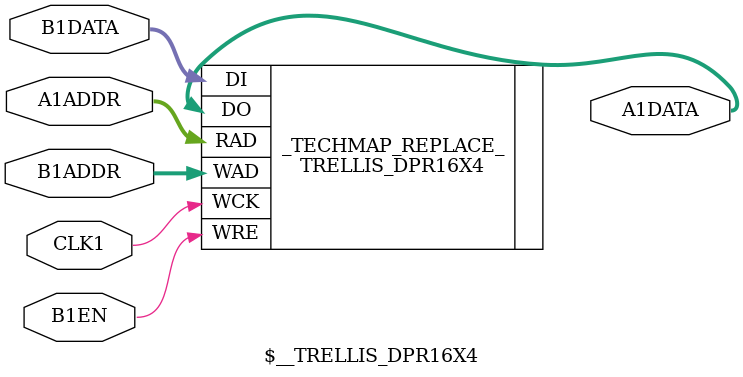
<source format=v>

module \$__TRELLIS_DPR16X4 (CLK1, A1ADDR, A1DATA, B1ADDR, B1DATA, B1EN);
	parameter [63:0] INIT = 64'bx;
	parameter CLKPOL2 = 1;
	input CLK1;

	input [3:0] A1ADDR;
	output [3:0] A1DATA;

	input [3:0] B1ADDR;
	input [3:0] B1DATA;
	input B1EN;

	localparam WCKMUX = CLKPOL2 ? "WCK" : "INV";

	TRELLIS_DPR16X4 #(
		.INITVAL(INIT),
		.WCKMUX(WCKMUX),
		.WREMUX("WRE")
	) _TECHMAP_REPLACE_ (
		.RAD(A1ADDR),
		.DO(A1DATA),

		.WAD(B1ADDR),
		.DI(B1DATA),
		.WCK(CLK1),
		.WRE(B1EN)
	);
endmodule

</source>
